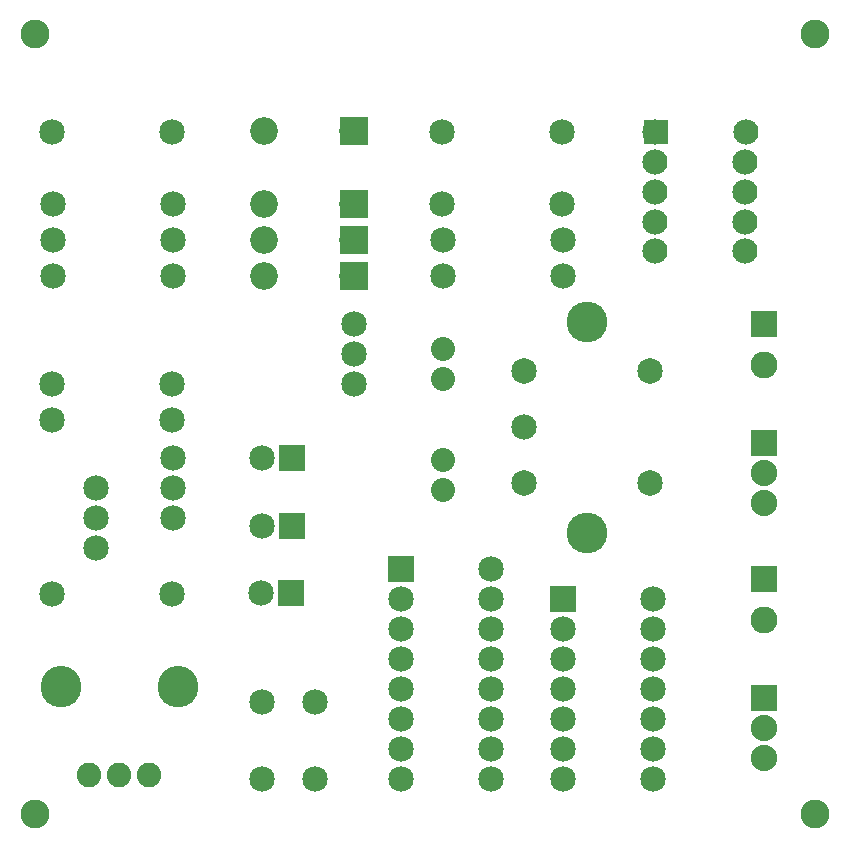
<source format=gts>
G04 MADE WITH FRITZING*
G04 WWW.FRITZING.ORG*
G04 DOUBLE SIDED*
G04 HOLES PLATED*
G04 CONTOUR ON CENTER OF CONTOUR VECTOR*
%ASAXBY*%
%FSLAX23Y23*%
%MOIN*%
%OFA0B0*%
%SFA1.0B1.0*%
%ADD10C,0.085000*%
%ADD11C,0.092000*%
%ADD12C,0.085118*%
%ADD13C,0.090000*%
%ADD14C,0.084803*%
%ADD15C,0.084000*%
%ADD16C,0.088000*%
%ADD17C,0.081889*%
%ADD18C,0.081917*%
%ADD19C,0.134033*%
%ADD20C,0.080000*%
%ADD21C,0.135984*%
%ADD22C,0.096614*%
%ADD23R,0.092000X0.092000*%
%ADD24R,0.090000X0.090000*%
%ADD25R,0.085000X0.085000*%
%ADD26R,0.084000X0.084000*%
%ADD27R,0.088000X0.088000*%
%LNMASK1*%
G90*
G70*
G54D10*
X537Y1513D03*
X137Y1513D03*
X137Y1393D03*
X537Y1393D03*
X137Y813D03*
X537Y813D03*
X138Y1873D03*
X538Y1873D03*
X138Y1993D03*
X538Y1993D03*
X138Y2112D03*
X538Y2112D03*
X137Y2353D03*
X537Y2353D03*
G54D11*
X1140Y1992D03*
X842Y1992D03*
X1140Y2111D03*
X842Y2111D03*
G54D12*
X2129Y1555D03*
X1708Y1555D03*
X1708Y1181D03*
X2129Y1181D03*
X2129Y1555D03*
X1708Y1555D03*
X1708Y1181D03*
X2129Y1181D03*
G54D13*
X2508Y862D03*
X2508Y725D03*
G54D14*
X1708Y1368D03*
G54D10*
X1840Y796D03*
X2140Y796D03*
X1840Y696D03*
X2140Y696D03*
X1840Y596D03*
X2140Y596D03*
X1840Y496D03*
X2140Y496D03*
X1840Y396D03*
X2140Y396D03*
X1840Y296D03*
X2140Y296D03*
X1840Y196D03*
X2140Y196D03*
X1300Y896D03*
X1600Y896D03*
X1300Y796D03*
X1600Y796D03*
X1300Y696D03*
X1600Y696D03*
X1300Y596D03*
X1600Y596D03*
X1300Y496D03*
X1600Y496D03*
X1300Y396D03*
X1600Y396D03*
X1300Y296D03*
X1600Y296D03*
X1300Y196D03*
X1600Y196D03*
G54D13*
X2508Y1712D03*
X2508Y1574D03*
G54D10*
X1011Y452D03*
X1011Y196D03*
X834Y452D03*
X834Y196D03*
G54D15*
X2147Y2353D03*
X2147Y2253D03*
X2147Y2153D03*
X2147Y2053D03*
X2147Y1954D03*
X2447Y1954D03*
X2447Y2053D03*
X2447Y2153D03*
X2447Y2253D03*
X2448Y2353D03*
G54D10*
X1437Y2353D03*
X1837Y2353D03*
X1437Y2113D03*
X1837Y2113D03*
X1838Y1993D03*
X1438Y1993D03*
X1838Y1873D03*
X1438Y1873D03*
G54D16*
X2508Y465D03*
X2508Y365D03*
X2508Y265D03*
G54D17*
X260Y209D03*
X360Y209D03*
G54D18*
X460Y209D03*
G54D19*
X166Y504D03*
X555Y504D03*
G54D11*
X1140Y2354D03*
X842Y2354D03*
G54D10*
X281Y1166D03*
X281Y1066D03*
X281Y966D03*
X1141Y1713D03*
X1141Y1613D03*
X1141Y1513D03*
X539Y1066D03*
X539Y1166D03*
X539Y1266D03*
G54D20*
X1438Y1159D03*
X1438Y1259D03*
X1438Y1629D03*
X1438Y1529D03*
G54D10*
X934Y1266D03*
X834Y1266D03*
X934Y1040D03*
X834Y1040D03*
X933Y814D03*
X833Y814D03*
G54D11*
X1140Y1873D03*
X842Y1873D03*
G54D16*
X2508Y1316D03*
X2508Y1216D03*
X2508Y1116D03*
G54D21*
X166Y503D03*
X556Y503D03*
G54D22*
X78Y78D03*
X2678Y78D03*
X2678Y2678D03*
X78Y2678D03*
G54D21*
X1920Y1720D03*
X1920Y1015D03*
G54D23*
X1141Y1992D03*
X1141Y2111D03*
G54D24*
X2508Y862D03*
G54D25*
X1840Y796D03*
X1300Y896D03*
G54D24*
X2508Y1712D03*
G54D26*
X2148Y2352D03*
G54D27*
X2508Y465D03*
G54D23*
X1141Y2354D03*
G54D25*
X934Y1266D03*
X934Y1040D03*
X933Y814D03*
G54D23*
X1141Y1873D03*
G54D27*
X2508Y1316D03*
G04 End of Mask1*
M02*
</source>
